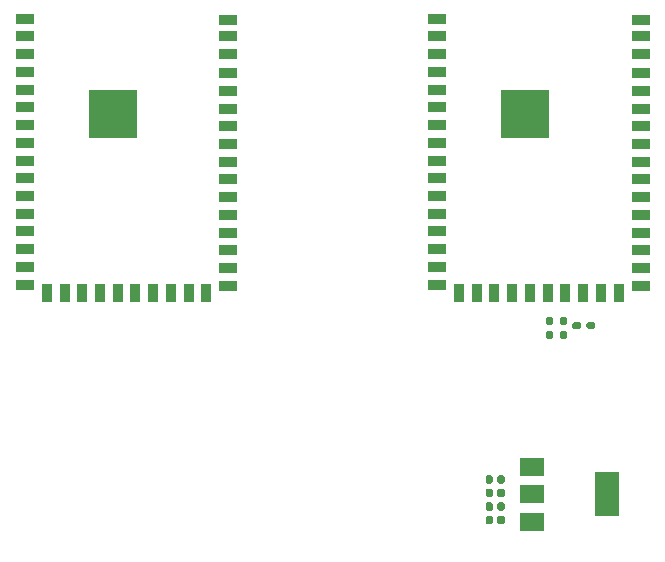
<source format=gbr>
%TF.GenerationSoftware,KiCad,Pcbnew,(5.1.6)-1*%
%TF.CreationDate,2020-10-06T21:24:19+08:00*%
%TF.ProjectId,esp32,65737033-322e-46b6-9963-61645f706362,rev?*%
%TF.SameCoordinates,Original*%
%TF.FileFunction,Paste,Top*%
%TF.FilePolarity,Positive*%
%FSLAX46Y46*%
G04 Gerber Fmt 4.6, Leading zero omitted, Abs format (unit mm)*
G04 Created by KiCad (PCBNEW (5.1.6)-1) date 2020-10-06 21:24:19*
%MOMM*%
%LPD*%
G01*
G04 APERTURE LIST*
%ADD10R,1.500000X0.900000*%
%ADD11R,0.900000X1.500000*%
%ADD12R,4.100000X4.100000*%
%ADD13R,2.000000X1.500000*%
%ADD14R,2.000000X3.800000*%
G04 APERTURE END LIST*
D10*
%TO.C,U3*%
X123875000Y-22325000D03*
X123875000Y-43325000D03*
X123875000Y-44825000D03*
D11*
X125750000Y-45575000D03*
X127250000Y-45575000D03*
X128750000Y-45575000D03*
X130250000Y-45575000D03*
X131750000Y-45575000D03*
X133250000Y-45575000D03*
X134750000Y-45575000D03*
X136250000Y-45575000D03*
D10*
X123875000Y-23825000D03*
X123875000Y-25325000D03*
X123875000Y-26825000D03*
X123875000Y-28325000D03*
X123875000Y-29825000D03*
X123875000Y-31325000D03*
X123875000Y-32825000D03*
X123875000Y-34325000D03*
X123875000Y-35825000D03*
X123875000Y-37325000D03*
X123875000Y-38825000D03*
X123875000Y-40325000D03*
X123875000Y-41825000D03*
X141125000Y-28425000D03*
X141125000Y-29925000D03*
X141125000Y-31425000D03*
X141125000Y-32925000D03*
X141125000Y-34425000D03*
X141125000Y-35925000D03*
X141125000Y-37425000D03*
X141125000Y-38925000D03*
X141125000Y-40425000D03*
X141125000Y-41925000D03*
X141125000Y-43425000D03*
X141125000Y-44925000D03*
D11*
X139250000Y-45575000D03*
X137750000Y-45575000D03*
D10*
X141125000Y-26925000D03*
X141125000Y-25325000D03*
X141125000Y-23825000D03*
X141125000Y-22425000D03*
D12*
X131310000Y-30365000D03*
%TD*%
D13*
%TO.C,U2*%
X166850000Y-60300000D03*
X166850000Y-64900000D03*
X166850000Y-62600000D03*
D14*
X173150000Y-62600000D03*
%TD*%
D10*
%TO.C,U1*%
X158775000Y-22325000D03*
X158775000Y-43325000D03*
X158775000Y-44825000D03*
D11*
X160650000Y-45575000D03*
X162150000Y-45575000D03*
X163650000Y-45575000D03*
X165150000Y-45575000D03*
X166650000Y-45575000D03*
X168150000Y-45575000D03*
X169650000Y-45575000D03*
X171150000Y-45575000D03*
D10*
X158775000Y-23825000D03*
X158775000Y-25325000D03*
X158775000Y-26825000D03*
X158775000Y-28325000D03*
X158775000Y-29825000D03*
X158775000Y-31325000D03*
X158775000Y-32825000D03*
X158775000Y-34325000D03*
X158775000Y-35825000D03*
X158775000Y-37325000D03*
X158775000Y-38825000D03*
X158775000Y-40325000D03*
X158775000Y-41825000D03*
X176025000Y-28425000D03*
X176025000Y-29925000D03*
X176025000Y-31425000D03*
X176025000Y-32925000D03*
X176025000Y-34425000D03*
X176025000Y-35925000D03*
X176025000Y-37425000D03*
X176025000Y-38925000D03*
X176025000Y-40425000D03*
X176025000Y-41925000D03*
X176025000Y-43425000D03*
X176025000Y-44925000D03*
D11*
X174150000Y-45575000D03*
X172650000Y-45575000D03*
D10*
X176025000Y-26925000D03*
X176025000Y-25325000D03*
X176025000Y-23825000D03*
X176025000Y-22425000D03*
D12*
X166210000Y-30365000D03*
%TD*%
%TO.C,R3*%
G36*
G01*
X171440000Y-48460000D02*
X171440000Y-48140000D01*
G75*
G02*
X171600000Y-47980000I160000J0D01*
G01*
X171995000Y-47980000D01*
G75*
G02*
X172155000Y-48140000I0J-160000D01*
G01*
X172155000Y-48460000D01*
G75*
G02*
X171995000Y-48620000I-160000J0D01*
G01*
X171600000Y-48620000D01*
G75*
G02*
X171440000Y-48460000I0J160000D01*
G01*
G37*
G36*
G01*
X170245000Y-48460000D02*
X170245000Y-48140000D01*
G75*
G02*
X170405000Y-47980000I160000J0D01*
G01*
X170800000Y-47980000D01*
G75*
G02*
X170960000Y-48140000I0J-160000D01*
G01*
X170960000Y-48460000D01*
G75*
G02*
X170800000Y-48620000I-160000J0D01*
G01*
X170405000Y-48620000D01*
G75*
G02*
X170245000Y-48460000I0J160000D01*
G01*
G37*
%TD*%
%TO.C,R2*%
G36*
G01*
X169340000Y-48740000D02*
X169660000Y-48740000D01*
G75*
G02*
X169820000Y-48900000I0J-160000D01*
G01*
X169820000Y-49295000D01*
G75*
G02*
X169660000Y-49455000I-160000J0D01*
G01*
X169340000Y-49455000D01*
G75*
G02*
X169180000Y-49295000I0J160000D01*
G01*
X169180000Y-48900000D01*
G75*
G02*
X169340000Y-48740000I160000J0D01*
G01*
G37*
G36*
G01*
X169340000Y-47545000D02*
X169660000Y-47545000D01*
G75*
G02*
X169820000Y-47705000I0J-160000D01*
G01*
X169820000Y-48100000D01*
G75*
G02*
X169660000Y-48260000I-160000J0D01*
G01*
X169340000Y-48260000D01*
G75*
G02*
X169180000Y-48100000I0J160000D01*
G01*
X169180000Y-47705000D01*
G75*
G02*
X169340000Y-47545000I160000J0D01*
G01*
G37*
%TD*%
%TO.C,R1*%
G36*
G01*
X168140000Y-48740000D02*
X168460000Y-48740000D01*
G75*
G02*
X168620000Y-48900000I0J-160000D01*
G01*
X168620000Y-49295000D01*
G75*
G02*
X168460000Y-49455000I-160000J0D01*
G01*
X168140000Y-49455000D01*
G75*
G02*
X167980000Y-49295000I0J160000D01*
G01*
X167980000Y-48900000D01*
G75*
G02*
X168140000Y-48740000I160000J0D01*
G01*
G37*
G36*
G01*
X168140000Y-47545000D02*
X168460000Y-47545000D01*
G75*
G02*
X168620000Y-47705000I0J-160000D01*
G01*
X168620000Y-48100000D01*
G75*
G02*
X168460000Y-48260000I-160000J0D01*
G01*
X168140000Y-48260000D01*
G75*
G02*
X167980000Y-48100000I0J160000D01*
G01*
X167980000Y-47705000D01*
G75*
G02*
X168140000Y-47545000I160000J0D01*
G01*
G37*
%TD*%
%TO.C,C4*%
G36*
G01*
X163355000Y-61700000D02*
X163045000Y-61700000D01*
G75*
G02*
X162890000Y-61545000I0J155000D01*
G01*
X162890000Y-61120000D01*
G75*
G02*
X163045000Y-60965000I155000J0D01*
G01*
X163355000Y-60965000D01*
G75*
G02*
X163510000Y-61120000I0J-155000D01*
G01*
X163510000Y-61545000D01*
G75*
G02*
X163355000Y-61700000I-155000J0D01*
G01*
G37*
G36*
G01*
X163355000Y-62835000D02*
X163045000Y-62835000D01*
G75*
G02*
X162890000Y-62680000I0J155000D01*
G01*
X162890000Y-62255000D01*
G75*
G02*
X163045000Y-62100000I155000J0D01*
G01*
X163355000Y-62100000D01*
G75*
G02*
X163510000Y-62255000I0J-155000D01*
G01*
X163510000Y-62680000D01*
G75*
G02*
X163355000Y-62835000I-155000J0D01*
G01*
G37*
%TD*%
%TO.C,C3*%
G36*
G01*
X164355000Y-61700000D02*
X164045000Y-61700000D01*
G75*
G02*
X163890000Y-61545000I0J155000D01*
G01*
X163890000Y-61120000D01*
G75*
G02*
X164045000Y-60965000I155000J0D01*
G01*
X164355000Y-60965000D01*
G75*
G02*
X164510000Y-61120000I0J-155000D01*
G01*
X164510000Y-61545000D01*
G75*
G02*
X164355000Y-61700000I-155000J0D01*
G01*
G37*
G36*
G01*
X164355000Y-62835000D02*
X164045000Y-62835000D01*
G75*
G02*
X163890000Y-62680000I0J155000D01*
G01*
X163890000Y-62255000D01*
G75*
G02*
X164045000Y-62100000I155000J0D01*
G01*
X164355000Y-62100000D01*
G75*
G02*
X164510000Y-62255000I0J-155000D01*
G01*
X164510000Y-62680000D01*
G75*
G02*
X164355000Y-62835000I-155000J0D01*
G01*
G37*
%TD*%
%TO.C,C2*%
G36*
G01*
X164355000Y-64000000D02*
X164045000Y-64000000D01*
G75*
G02*
X163890000Y-63845000I0J155000D01*
G01*
X163890000Y-63420000D01*
G75*
G02*
X164045000Y-63265000I155000J0D01*
G01*
X164355000Y-63265000D01*
G75*
G02*
X164510000Y-63420000I0J-155000D01*
G01*
X164510000Y-63845000D01*
G75*
G02*
X164355000Y-64000000I-155000J0D01*
G01*
G37*
G36*
G01*
X164355000Y-65135000D02*
X164045000Y-65135000D01*
G75*
G02*
X163890000Y-64980000I0J155000D01*
G01*
X163890000Y-64555000D01*
G75*
G02*
X164045000Y-64400000I155000J0D01*
G01*
X164355000Y-64400000D01*
G75*
G02*
X164510000Y-64555000I0J-155000D01*
G01*
X164510000Y-64980000D01*
G75*
G02*
X164355000Y-65135000I-155000J0D01*
G01*
G37*
%TD*%
%TO.C,C1*%
G36*
G01*
X163355000Y-64000000D02*
X163045000Y-64000000D01*
G75*
G02*
X162890000Y-63845000I0J155000D01*
G01*
X162890000Y-63420000D01*
G75*
G02*
X163045000Y-63265000I155000J0D01*
G01*
X163355000Y-63265000D01*
G75*
G02*
X163510000Y-63420000I0J-155000D01*
G01*
X163510000Y-63845000D01*
G75*
G02*
X163355000Y-64000000I-155000J0D01*
G01*
G37*
G36*
G01*
X163355000Y-65135000D02*
X163045000Y-65135000D01*
G75*
G02*
X162890000Y-64980000I0J155000D01*
G01*
X162890000Y-64555000D01*
G75*
G02*
X163045000Y-64400000I155000J0D01*
G01*
X163355000Y-64400000D01*
G75*
G02*
X163510000Y-64555000I0J-155000D01*
G01*
X163510000Y-64980000D01*
G75*
G02*
X163355000Y-65135000I-155000J0D01*
G01*
G37*
%TD*%
M02*

</source>
